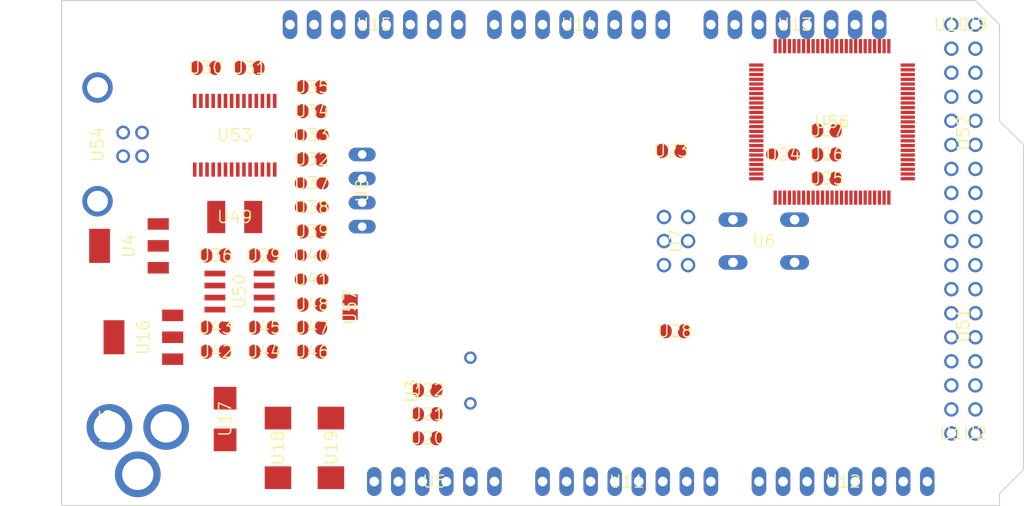
<source format=kicad_pcb>
(kicad_pcb (version 20221018) (generator pcbnew)
  (layers (0 "F.Cu" signal "Top") (31 "B.Cu" signal "Bottom") (34 "B.Paste" user) (35 "F.Paste" user) (36 "B.SilkS" user "B.Silkscreen") (37 "F.SilkS" user "F.Silkscreen") (38 "B.Mask" user) (39 "F.Mask" user) (44 "Edge.Cuts" user))
  (net 0 "")
  (net 1 "+5V")
  (net 2 "GND")
  (net 3 "N$6")
  (net 4 "N$7")
  (net 5 "AREF")
  (net 6 "RESET")
  (net 7 "VIN")
  (net 8 "N$3")
  (net 9 "PWRIN")
  (net 10 "M8RXD")
  (net 11 "M8TXD")
  (net 12 "ADC0")
  (net 13 "ADC2")
  (net 14 "ADC1")
  (net 15 "ADC3")
  (net 16 "ADC4")
  (net 17 "ADC5")
  (net 18 "ADC6")
  (net 19 "ADC7")
  (net 20 "+3V3")
  (net 21 "SDA")
  (net 22 "SCL")
  (net 23 "ADC9")
  (net 24 "ADC8")
  (net 25 "ADC10")
  (net 26 "ADC11")
  (net 27 "ADC12")
  (net 28 "ADC13")
  (net 29 "ADC14")
  (net 30 "ADC15")
  (net 31 "PB3")
  (net 32 "PB2")
  (net 33 "PB1")
  (net 34 "PB5")
  (net 35 "PB4")
  (net 36 "PE5")
  (net 37 "PE4")
  (net 38 "PE3")
  (net 39 "PE1")
  (net 40 "PE0")
  (net 41 "N$15")
  (net 42 "N$53")
  (net 43 "N$54")
  (net 44 "N$55")
  (net 45 "D-")
  (net 46 "D+")
  (net 47 "N$60")
  (net 48 "DTR")
  (net 49 "USBVCC")
  (net 50 "N$2")
  (net 51 "N$4")
  (net 52 "GATE_CMD")
  (net 53 "CMP")
  (net 54 "PB6")
  (net 55 "PH3")
  (net 56 "PH4")
  (net 57 "PH5")
  (net 58 "PH6")
  (net 59 "PG5")
  (net 60 "RXD1")
  (net 61 "TXD1")
  (net 62 "RXD2")
  (net 63 "RXD3")
  (net 64 "TXD2")
  (net 65 "TXD3")
  (net 66 "PC0")
  (net 67 "PC1")
  (net 68 "PC2")
  (net 69 "PC3")
  (net 70 "PC4")
  (net 71 "PC5")
  (net 72 "PC6")
  (net 73 "PC7")
  (net 74 "PB0")
  (net 75 "PG0")
  (net 76 "PG1")
  (net 77 "PG2")
  (net 78 "PD7")
  (net 79 "PA0")
  (net 80 "PA1")
  (net 81 "PA2")
  (net 82 "PA3")
  (net 83 "PA4")
  (net 84 "PA5")
  (net 85 "PA6")
  (net 86 "PA7")
  (net 87 "PL0")
  (net 88 "PL1")
  (net 89 "PL2")
  (net 90 "PL3")
  (net 91 "PL4")
  (net 92 "PL5")
  (net 93 "PL6")
  (net 94 "PL7")
  (net 95 "PB7")
  (net 96 "CTS")
  (net 97 "DSR")
  (net 98 "DCD")
  (net 99 "RI")
  (footprint "Arduino_MEGA_Reference_Design:2X03" (layer "F.Cu") (at 162.5981 103.7336 -90)
    (fp_text reference "U7")
    (fp_text value "")
  )
  (footprint "Arduino_MEGA_Reference_Design:1X08" (layer "F.Cu") (at 152.3111 80.8736 180)
    (fp_text reference "U14")
    (fp_text value "")
  )
  (footprint "Arduino_MEGA_Reference_Design:1X08" (layer "F.Cu") (at 130.7211 80.8736 180)
    (fp_text reference "U15")
    (fp_text value "")
  )
  (footprint "Arduino_MEGA_Reference_Design:SMC_D" (layer "F.Cu") (at 120.5611 125.5776 -90)
    (fp_text reference "U18")
    (fp_text value "")
  )
  (footprint "Arduino_MEGA_Reference_Design:SMC_D" (layer "F.Cu") (at 126.1491 125.5776 -90)
    (fp_text reference "U19")
    (fp_text value "")
  )
  (footprint "Arduino_MEGA_Reference_Design:B3F-10XX" (layer "F.Cu") (at 171.8691 103.7336 180)
    (fp_text reference "U6")
    (fp_text value "")
  )
  (footprint "Arduino_MEGA_Reference_Design:0805RND" (layer "F.Cu") (at 173.9011 94.5896 180)
    (fp_text reference "U24")
    (fp_text value "")
  )
  (footprint "Arduino_MEGA_Reference_Design:SMB" (layer "F.Cu") (at 114.9731 122.5296 -90)
    (fp_text reference "U17")
    (fp_text value "")
  )
  (footprint "Arduino_MEGA_Reference_Design:DC-21MM" (layer "F.Cu") (at 103.0351 123.2916 90)
    (fp_text reference "U55")
    (fp_text value "")
  )
  (footprint "Arduino_MEGA_Reference_Design:HC49_S" (layer "F.Cu") (at 140.8811 118.4656 90)
    (fp_text reference "U3")
    (fp_text value "")
  )
  (footprint "Arduino_MEGA_Reference_Design:SOT223" (layer "F.Cu") (at 106.3371 113.8936 90)
    (fp_text reference "U16")
    (fp_text value "")
  )
  (footprint "Arduino_MEGA_Reference_Design:1X06" (layer "F.Cu") (at 137.0711 129.1336)
    (fp_text reference "U5")
    (fp_text value "")
  )
  (footprint "Arduino_MEGA_Reference_Design:C0805RND" (layer "F.Cu") (at 124.1171 87.4776)
    (fp_text reference "U35")
    (fp_text value "")
  )
  (footprint "Arduino_MEGA_Reference_Design:C0805RND" (layer "F.Cu") (at 162.4711 113.2586)
    (fp_text reference "U28")
    (fp_text value "")
  )
  (footprint "Arduino_MEGA_Reference_Design:C0805RND" (layer "F.Cu") (at 136.3091 122.0216)
    (fp_text reference "U21")
    (fp_text value "")
  )
  (footprint "Arduino_MEGA_Reference_Design:C0805RND" (layer "F.Cu") (at 136.3091 119.4816)
    (fp_text reference "U22")
    (fp_text value "")
  )
  (footprint "Arduino_MEGA_Reference_Design:C0805RND" (layer "F.Cu") (at 113.9571 112.8776)
    (fp_text reference "U43")
    (fp_text value "")
  )
  (footprint "Arduino_MEGA_Reference_Design:RCL_0805RND" (layer "F.Cu") (at 124.1171 105.2576)
    (fp_text reference "U40")
    (fp_text value "")
  )
  (footprint "Arduino_MEGA_Reference_Design:RCL_0805RND" (layer "F.Cu") (at 124.1171 107.7976)
    (fp_text reference "U41")
    (fp_text value "")
  )
  (footprint "Arduino_MEGA_Reference_Design:1X08" (layer "F.Cu") (at 157.3911 129.1336)
    (fp_text reference "U11")
    (fp_text value "")
  )
  (footprint "Arduino_MEGA_Reference_Design:1X08" (layer "F.Cu") (at 175.1711 80.8736 180)
    (fp_text reference "U13")
    (fp_text value "")
  )
  (footprint "Arduino_MEGA_Reference_Design:R0805RND" (layer "F.Cu") (at 178.4731 94.5896 180)
    (fp_text reference "U26")
    (fp_text value "")
  )
  (footprint "Arduino_MEGA_Reference_Design:R0805RND" (layer "F.Cu") (at 178.4731 92.0496 180)
    (fp_text reference "U27")
    (fp_text value "")
  )
  (footprint "Arduino_MEGA_Reference_Design:TQFP100" (layer "F.Cu") (at 179.0748748779297 91.14759826660156 0)
    (fp_text reference "U56")
    (fp_text value "")
  )
  (footprint "Arduino_MEGA_Reference_Design:C0805RND" (layer "F.Cu") (at 162.0901 94.2086 180)
    (fp_text reference "U23")
    (fp_text value "")
  )
  (footprint "Arduino_MEGA_Reference_Design:C0805RND" (layer "F.Cu") (at 136.3091 124.5616)
    (fp_text reference "U20")
    (fp_text value "")
  )
  (footprint "Arduino_MEGA_Reference_Design:1X08" (layer "F.Cu") (at 180.2511 129.1336)
    (fp_text reference "U12")
    (fp_text value "")
  )
  (footprint "Arduino_MEGA_Reference_Design:R0805RND" (layer "F.Cu") (at 124.1171 112.8776)
    (fp_text reference "U47")
    (fp_text value "")
  )
  (footprint "Arduino_MEGA_Reference_Design:C0805RND" (layer "F.Cu") (at 124.1171 115.4176)
    (fp_text reference "U46")
    (fp_text value "")
  )
  (footprint "Arduino_MEGA_Reference_Design:C0805RND" (layer "F.Cu") (at 113.9571 105.2576)
    (fp_text reference "U36")
    (fp_text value "")
  )
  (footprint "Arduino_MEGA_Reference_Design:C0805RND" (layer "F.Cu") (at 112.9411 85.4456)
    (fp_text reference "U30")
    (fp_text value "")
  )
  (footprint "Arduino_MEGA_Reference_Design:0805RND" (layer "F.Cu") (at 124.1171 100.1776 180)
    (fp_text reference "U38")
    (fp_text value "")
  )
  (footprint "Arduino_MEGA_Reference_Design:0805RND" (layer "F.Cu") (at 124.1171 97.6376 180)
    (fp_text reference "U37")
    (fp_text value "")
  )
  (footprint "Arduino_MEGA_Reference_Design:R0805RND" (layer "F.Cu") (at 124.1171 95.0976)
    (fp_text reference "U32")
    (fp_text value "")
  )
  (footprint "Arduino_MEGA_Reference_Design:R0805RND" (layer "F.Cu") (at 124.1171 102.7176)
    (fp_text reference "U39")
    (fp_text value "")
  )
  (footprint "Arduino_MEGA_Reference_Design:SSOP28" (layer "F.Cu") (at 115.9891 92.5576)
    (fp_text reference "U53")
    (fp_text value "")
  )
  (footprint "Arduino_MEGA_Reference_Design:PN61729" (layer "F.Cu") (at 98.9584 93.5228 -90)
    (fp_text reference "U54")
    (fp_text value "")
  )
  (footprint "Arduino_MEGA_Reference_Design:L1812" (layer "F.Cu") (at 115.9891 101.1936)
    (fp_text reference "U49")
    (fp_text value "")
  )
  (footprint "Arduino_MEGA_Reference_Design:C0805RND" (layer "F.Cu") (at 117.5131 85.4456)
    (fp_text reference "U31")
    (fp_text value "")
  )
  (footprint "Arduino_MEGA_Reference_Design:0805RND" (layer "F.Cu") (at 124.1171 92.5576 180)
    (fp_text reference "U33")
    (fp_text value "")
  )
  (footprint "Arduino_MEGA_Reference_Design:R0805RND" (layer "F.Cu") (at 124.1171 90.0176 180)
    (fp_text reference "U34")
    (fp_text value "")
  )
  (footprint "Arduino_MEGA_Reference_Design:C0805RND" (layer "F.Cu") (at 124.1171 110.4392 180)
    (fp_text reference "U48")
    (fp_text value "")
  )
  (footprint "Arduino_MEGA_Reference_Design:SOT223" (layer "F.Cu") (at 104.8131 104.2416 90)
    (fp_text reference "U4")
    (fp_text value "")
  )
  (footprint "Arduino_MEGA_Reference_Design:SO08" (layer "F.Cu") (at 116.4971 109.0676 -90)
    (fp_text reference "U50")
    (fp_text value "")
  )
  (footprint "Arduino_MEGA_Reference_Design:R0805RND" (layer "F.Cu") (at 113.9571 115.4176 180)
    (fp_text reference "U42")
    (fp_text value "")
  )
  (footprint "Arduino_MEGA_Reference_Design:R0805RND" (layer "F.Cu") (at 119.0371 112.8776 180)
    (fp_text reference "U45")
    (fp_text value "")
  )
  (footprint "Arduino_MEGA_Reference_Design:C0805RND" (layer "F.Cu") (at 119.0371 115.4176 180)
    (fp_text reference "U44")
    (fp_text value "")
  )
  (footprint "Arduino_MEGA_Reference_Design:C0805RND" (layer "F.Cu") (at 119.0371 105.2576)
    (fp_text reference "U29")
    (fp_text value "")
  )
  (footprint "Arduino_MEGA_Reference_Design:2X08" (layer "F.Cu") (at 192.9511 92.3036 90)
    (fp_text reference "U52")
    (fp_text value "")
  )
  (footprint "Arduino_MEGA_Reference_Design:2X08" (layer "F.Cu") (at 192.9511 112.6236 90)
    (fp_text reference "U51")
    (fp_text value "")
  )
  (footprint "Arduino_MEGA_Reference_Design:R0805RND" (layer "F.Cu") (at 178.4731 97.1296 180)
    (fp_text reference "U25")
    (fp_text value "")
  )
  (footprint "Arduino_MEGA_Reference_Design:1X01" (layer "F.Cu") (at 191.6811 80.8736)
    (fp_text reference "U10")
    (fp_text value "")
  )
  (footprint "Arduino_MEGA_Reference_Design:1X01" (layer "F.Cu") (at 194.2211 80.8736)
    (fp_text reference "U9")
    (fp_text value "")
  )
  (footprint "Arduino_MEGA_Reference_Design:1X01" (layer "F.Cu") (at 191.6811 124.0536)
    (fp_text reference "U1")
    (fp_text value "")
  )
  (footprint "Arduino_MEGA_Reference_Design:1X01" (layer "F.Cu") (at 194.2211 124.0536)
    (fp_text reference "U2")
    (fp_text value "")
  )
  (footprint "Arduino_MEGA_Reference_Design:SJ" (layer "F.Cu") (at 128.1811 110.7186 -90)
    (fp_text reference "U57")
    (fp_text value "")
  )
  (footprint "Arduino_MEGA_Reference_Design:JP4" (layer "F.Cu") (at 129.4511 98.3996 -90)
    (fp_text reference "U8")
    (fp_text value "")
  )
  (gr_line (start 196.7611 80.8736) (end 196.7611 91.0336) (layer "Edge.Cuts") (width 0.12))
  (gr_line (start 196.7611 130.4036) (end 196.7611 131.6736) (layer "Edge.Cuts") (width 0.12))
  (gr_line (start 194.2211 78.3336) (end 196.7611 80.8736) (layer "Edge.Cuts") (width 0.12))
  (gr_line (start 97.7011 78.3336) (end 194.2211 78.3336) (layer "Edge.Cuts") (width 0.12))
  (gr_line (start 196.7611 91.0336) (end 199.3011 93.5736) (layer "Edge.Cuts") (width 0.12))
  (gr_line (start 97.7011 131.6736) (end 97.7011 78.3336) (layer "Edge.Cuts") (width 0.12))
  (gr_line (start 196.7611 131.6736) (end 97.7011 131.6736) (layer "Edge.Cuts") (width 0.12))
  (gr_line (start 199.3011 93.5736) (end 199.3011 127.8636) (layer "Edge.Cuts") (width 0.12))
  (gr_line (start 199.3011 127.8636) (end 196.7611 130.4036) (layer "Edge.Cuts") (width 0.12))
)
</source>
